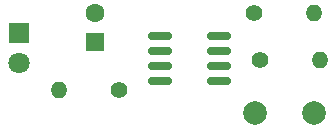
<source format=gbr>
%TF.GenerationSoftware,KiCad,Pcbnew,8.0.5*%
%TF.CreationDate,2024-09-16T17:09:01+05:30*%
%TF.ProjectId,FLASH,464c4153-482e-46b6-9963-61645f706362,rev?*%
%TF.SameCoordinates,Original*%
%TF.FileFunction,Soldermask,Top*%
%TF.FilePolarity,Negative*%
%FSLAX46Y46*%
G04 Gerber Fmt 4.6, Leading zero omitted, Abs format (unit mm)*
G04 Created by KiCad (PCBNEW 8.0.5) date 2024-09-16 17:09:01*
%MOMM*%
%LPD*%
G01*
G04 APERTURE LIST*
G04 Aperture macros list*
%AMRoundRect*
0 Rectangle with rounded corners*
0 $1 Rounding radius*
0 $2 $3 $4 $5 $6 $7 $8 $9 X,Y pos of 4 corners*
0 Add a 4 corners polygon primitive as box body*
4,1,4,$2,$3,$4,$5,$6,$7,$8,$9,$2,$3,0*
0 Add four circle primitives for the rounded corners*
1,1,$1+$1,$2,$3*
1,1,$1+$1,$4,$5*
1,1,$1+$1,$6,$7*
1,1,$1+$1,$8,$9*
0 Add four rect primitives between the rounded corners*
20,1,$1+$1,$2,$3,$4,$5,0*
20,1,$1+$1,$4,$5,$6,$7,0*
20,1,$1+$1,$6,$7,$8,$9,0*
20,1,$1+$1,$8,$9,$2,$3,0*%
G04 Aperture macros list end*
%ADD10RoundRect,0.150000X-0.825000X-0.150000X0.825000X-0.150000X0.825000X0.150000X-0.825000X0.150000X0*%
%ADD11O,1.400000X1.400000*%
%ADD12C,1.400000*%
%ADD13R,1.800000X1.800000*%
%ADD14C,1.800000*%
%ADD15C,2.000000*%
%ADD16R,1.600000X1.600000*%
%ADD17C,1.600000*%
G04 APERTURE END LIST*
D10*
%TO.C,U1*%
X134500000Y-110500000D03*
X134500000Y-111770000D03*
X134500000Y-113040000D03*
X134500000Y-114310000D03*
X139450000Y-114310000D03*
X139450000Y-113040000D03*
X139450000Y-111770000D03*
X139450000Y-110500000D03*
%TD*%
D11*
%TO.C,R3*%
X125920000Y-115000000D03*
D12*
X131000000Y-115000000D03*
%TD*%
D11*
%TO.C,R2*%
X147500000Y-108500000D03*
D12*
X142420000Y-108500000D03*
%TD*%
D11*
%TO.C,R1*%
X148040000Y-112500000D03*
D12*
X142960000Y-112500000D03*
%TD*%
D13*
%TO.C,D1*%
X122500000Y-110225000D03*
D14*
X122500000Y-112765000D03*
%TD*%
D15*
%TO.C,C2*%
X142500000Y-117000000D03*
X147500000Y-117000000D03*
%TD*%
D16*
%TO.C,C1*%
X129000000Y-111000000D03*
D17*
X129000000Y-108500000D03*
%TD*%
M02*

</source>
